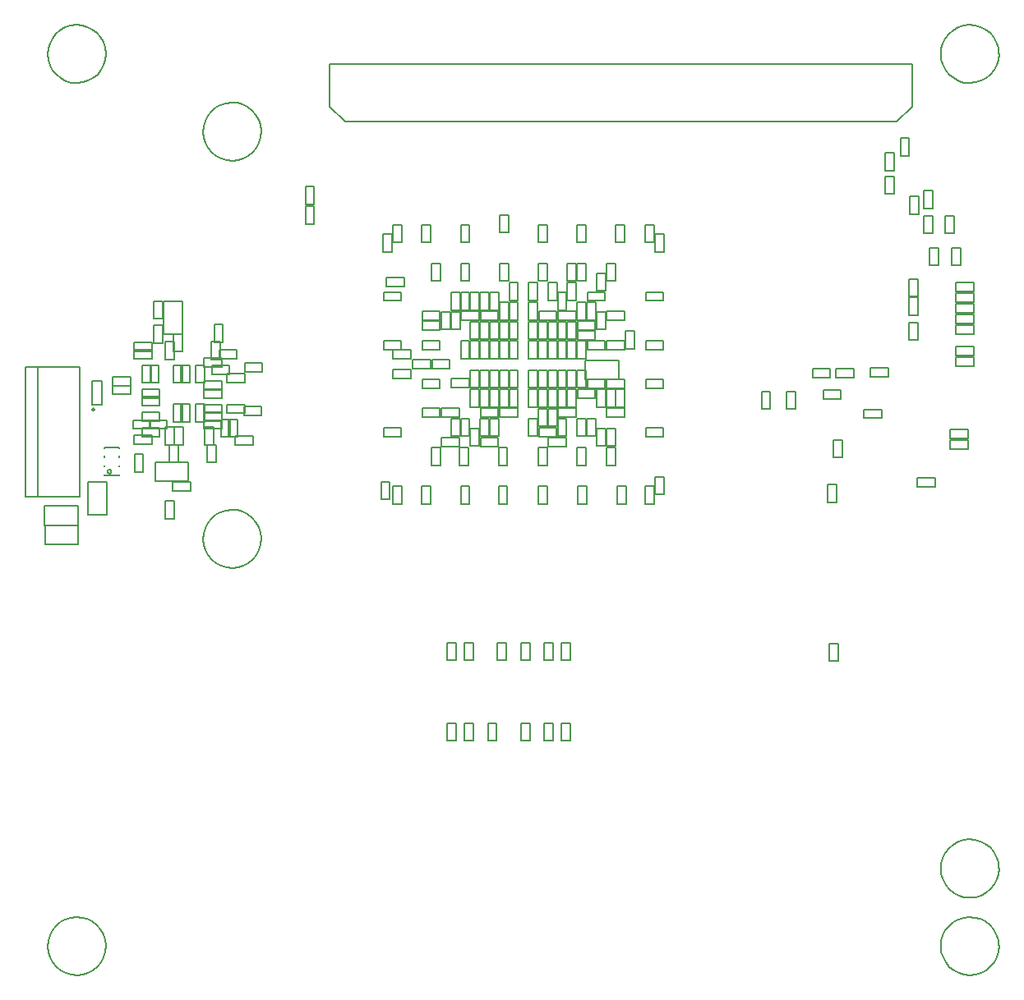
<source format=gbo>
G04 (created by PCBNEW-RS274X (2012-05-21 BZR 3261)-stable) date Thu 02 May 2013 12:01:43 PM PDT*
G01*
G70*
G90*
%MOIN*%
G04 Gerber Fmt 3.4, Leading zero omitted, Abs format*
%FSLAX34Y34*%
G04 APERTURE LIST*
%ADD10C,0.006000*%
%ADD11C,0.008000*%
G04 APERTURE END LIST*
G54D10*
G54D11*
X53382Y-30134D02*
X53382Y-30496D01*
X53382Y-30496D02*
X54098Y-30496D01*
X54098Y-30496D02*
X54098Y-30134D01*
X54098Y-30134D02*
X53382Y-30134D01*
X50606Y-29689D02*
X50968Y-29689D01*
X50968Y-29689D02*
X50968Y-28973D01*
X50968Y-28973D02*
X50606Y-28973D01*
X50606Y-28973D02*
X50606Y-29689D01*
X54512Y-27792D02*
X54150Y-27792D01*
X54150Y-27792D02*
X54150Y-28508D01*
X54150Y-28508D02*
X54512Y-28508D01*
X54512Y-28508D02*
X54512Y-27792D01*
X65712Y-33685D02*
X65712Y-33323D01*
X65712Y-33323D02*
X64996Y-33323D01*
X64996Y-33323D02*
X64996Y-33685D01*
X64996Y-33685D02*
X65712Y-33685D01*
X64118Y-34563D02*
X63756Y-34563D01*
X63756Y-34563D02*
X63756Y-35279D01*
X63756Y-35279D02*
X64118Y-35279D01*
X64118Y-35279D02*
X64118Y-34563D01*
X68016Y-26766D02*
X67654Y-26766D01*
X67654Y-26766D02*
X67654Y-27486D01*
X67654Y-27486D02*
X68016Y-27486D01*
X68016Y-27486D02*
X68016Y-26766D01*
X68921Y-26766D02*
X68559Y-26766D01*
X68559Y-26766D02*
X68559Y-27486D01*
X68559Y-27486D02*
X68921Y-27486D01*
X68921Y-27486D02*
X68921Y-26766D01*
X67189Y-28026D02*
X66827Y-28026D01*
X66827Y-28026D02*
X66827Y-28746D01*
X66827Y-28746D02*
X67189Y-28746D01*
X67189Y-28746D02*
X67189Y-28026D01*
X54494Y-28921D02*
X54494Y-28559D01*
X54494Y-28559D02*
X53774Y-28559D01*
X53774Y-28559D02*
X53774Y-28921D01*
X53774Y-28921D02*
X54494Y-28921D01*
X55331Y-30872D02*
X55693Y-30872D01*
X55693Y-30872D02*
X55693Y-30152D01*
X55693Y-30152D02*
X55331Y-30152D01*
X55331Y-30152D02*
X55331Y-30872D01*
X53774Y-30528D02*
X53774Y-30890D01*
X53774Y-30890D02*
X54494Y-30890D01*
X54494Y-30890D02*
X54494Y-30528D01*
X54494Y-30528D02*
X53774Y-30528D01*
X50606Y-28903D02*
X50968Y-28903D01*
X50968Y-28903D02*
X50968Y-28183D01*
X50968Y-28183D02*
X50606Y-28183D01*
X50606Y-28183D02*
X50606Y-28903D01*
X49031Y-29297D02*
X49393Y-29297D01*
X49393Y-29297D02*
X49393Y-28577D01*
X49393Y-28577D02*
X49031Y-28577D01*
X49031Y-28577D02*
X49031Y-29297D01*
X64061Y-32897D02*
X64061Y-32535D01*
X64061Y-32535D02*
X63341Y-32535D01*
X63341Y-32535D02*
X63341Y-32897D01*
X63341Y-32897D02*
X64061Y-32897D01*
X64572Y-32031D02*
X64572Y-31669D01*
X64572Y-31669D02*
X63852Y-31669D01*
X63852Y-31669D02*
X63852Y-32031D01*
X63852Y-32031D02*
X64572Y-32031D01*
X62908Y-31669D02*
X62908Y-32031D01*
X62908Y-32031D02*
X63628Y-32031D01*
X63628Y-32031D02*
X63628Y-31669D01*
X63628Y-31669D02*
X62908Y-31669D01*
X66827Y-30517D02*
X67189Y-30517D01*
X67189Y-30517D02*
X67189Y-29797D01*
X67189Y-29797D02*
X66827Y-29797D01*
X66827Y-29797D02*
X66827Y-30517D01*
X67189Y-28774D02*
X66827Y-28774D01*
X66827Y-28774D02*
X66827Y-29494D01*
X66827Y-29494D02*
X67189Y-29494D01*
X67189Y-29494D02*
X67189Y-28774D01*
X51394Y-28903D02*
X51756Y-28903D01*
X51756Y-28903D02*
X51756Y-28183D01*
X51756Y-28183D02*
X51394Y-28183D01*
X51394Y-28183D02*
X51394Y-28903D01*
X36197Y-29649D02*
X36559Y-29649D01*
X36559Y-29649D02*
X36559Y-28933D01*
X36559Y-28933D02*
X36197Y-28933D01*
X36197Y-28933D02*
X36197Y-29649D01*
X37681Y-36638D02*
X37681Y-36276D01*
X37681Y-36276D02*
X36965Y-36276D01*
X36965Y-36276D02*
X36965Y-36638D01*
X36965Y-36638D02*
X37681Y-36638D01*
X40594Y-31795D02*
X40594Y-31433D01*
X40594Y-31433D02*
X39878Y-31433D01*
X39878Y-31433D02*
X39878Y-31795D01*
X39878Y-31795D02*
X40594Y-31795D01*
X36039Y-32248D02*
X36401Y-32248D01*
X36401Y-32248D02*
X36401Y-31532D01*
X36401Y-31532D02*
X36039Y-31532D01*
X36039Y-31532D02*
X36039Y-32248D01*
X36669Y-31303D02*
X37031Y-31303D01*
X37031Y-31303D02*
X37031Y-30587D01*
X37031Y-30587D02*
X36669Y-30587D01*
X36669Y-30587D02*
X36669Y-31303D01*
X36827Y-35476D02*
X37189Y-35476D01*
X37189Y-35476D02*
X37189Y-34760D01*
X37189Y-34760D02*
X36827Y-34760D01*
X36827Y-34760D02*
X36827Y-35476D01*
X37299Y-32248D02*
X37661Y-32248D01*
X37661Y-32248D02*
X37661Y-31532D01*
X37661Y-31532D02*
X37299Y-31532D01*
X37299Y-31532D02*
X37299Y-32248D01*
X38540Y-31551D02*
X38540Y-31913D01*
X38540Y-31913D02*
X39256Y-31913D01*
X39256Y-31913D02*
X39256Y-31551D01*
X39256Y-31551D02*
X38540Y-31551D01*
X38252Y-33106D02*
X37890Y-33106D01*
X37890Y-33106D02*
X37890Y-33822D01*
X37890Y-33822D02*
X38252Y-33822D01*
X38252Y-33822D02*
X38252Y-33106D01*
X38225Y-33756D02*
X38225Y-34118D01*
X38225Y-34118D02*
X38941Y-34118D01*
X38941Y-34118D02*
X38941Y-33756D01*
X38941Y-33756D02*
X38225Y-33756D01*
X40220Y-34767D02*
X40220Y-34405D01*
X40220Y-34405D02*
X39504Y-34405D01*
X39504Y-34405D02*
X39504Y-34767D01*
X39504Y-34767D02*
X40220Y-34767D01*
X38225Y-33441D02*
X38225Y-33803D01*
X38225Y-33803D02*
X38941Y-33803D01*
X38941Y-33803D02*
X38941Y-33441D01*
X38941Y-33441D02*
X38225Y-33441D01*
X38225Y-32496D02*
X38225Y-32858D01*
X38225Y-32858D02*
X38941Y-32858D01*
X38941Y-32858D02*
X38941Y-32496D01*
X38941Y-32496D02*
X38225Y-32496D01*
X38941Y-31598D02*
X38941Y-31236D01*
X38941Y-31236D02*
X38225Y-31236D01*
X38225Y-31236D02*
X38225Y-31598D01*
X38225Y-31598D02*
X38941Y-31598D01*
X38225Y-32181D02*
X38225Y-32543D01*
X38225Y-32543D02*
X38941Y-32543D01*
X38941Y-32543D02*
X38941Y-32181D01*
X38941Y-32181D02*
X38225Y-32181D01*
X39590Y-33736D02*
X39228Y-33736D01*
X39228Y-33736D02*
X39228Y-34452D01*
X39228Y-34452D02*
X39590Y-34452D01*
X39590Y-34452D02*
X39590Y-33736D01*
X37346Y-33106D02*
X36984Y-33106D01*
X36984Y-33106D02*
X36984Y-33822D01*
X36984Y-33822D02*
X37346Y-33822D01*
X37346Y-33822D02*
X37346Y-33106D01*
X37890Y-32248D02*
X38252Y-32248D01*
X38252Y-32248D02*
X38252Y-31532D01*
X38252Y-31532D02*
X37890Y-31532D01*
X37890Y-31532D02*
X37890Y-32248D01*
X36984Y-32248D02*
X37346Y-32248D01*
X37346Y-32248D02*
X37346Y-31532D01*
X37346Y-31532D02*
X36984Y-31532D01*
X36984Y-31532D02*
X36984Y-32248D01*
X37661Y-33106D02*
X37299Y-33106D01*
X37299Y-33106D02*
X37299Y-33822D01*
X37299Y-33822D02*
X37661Y-33822D01*
X37661Y-33822D02*
X37661Y-33106D01*
X38854Y-30921D02*
X38854Y-31283D01*
X38854Y-31283D02*
X39570Y-31283D01*
X39570Y-31283D02*
X39570Y-30921D01*
X39570Y-30921D02*
X38854Y-30921D01*
X38225Y-33126D02*
X38225Y-33488D01*
X38225Y-33488D02*
X38941Y-33488D01*
X38941Y-33488D02*
X38941Y-33126D01*
X38941Y-33126D02*
X38225Y-33126D01*
X35351Y-33756D02*
X35351Y-34118D01*
X35351Y-34118D02*
X36067Y-34118D01*
X36067Y-34118D02*
X36067Y-33756D01*
X36067Y-33756D02*
X35351Y-33756D01*
X36421Y-33173D02*
X36421Y-32811D01*
X36421Y-32811D02*
X35705Y-32811D01*
X35705Y-32811D02*
X35705Y-33173D01*
X35705Y-33173D02*
X36421Y-33173D01*
X36421Y-32858D02*
X36421Y-32496D01*
X36421Y-32496D02*
X35705Y-32496D01*
X35705Y-32496D02*
X35705Y-32858D01*
X35705Y-32858D02*
X36421Y-32858D01*
X35724Y-32248D02*
X36086Y-32248D01*
X36086Y-32248D02*
X36086Y-31532D01*
X36086Y-31532D02*
X35724Y-31532D01*
X35724Y-31532D02*
X35724Y-32248D01*
X35705Y-34071D02*
X35705Y-34433D01*
X35705Y-34433D02*
X36421Y-34433D01*
X36421Y-34433D02*
X36421Y-34071D01*
X36421Y-34071D02*
X35705Y-34071D01*
X36020Y-33756D02*
X36020Y-34118D01*
X36020Y-34118D02*
X36736Y-34118D01*
X36736Y-34118D02*
X36736Y-33756D01*
X36736Y-33756D02*
X36020Y-33756D01*
X35390Y-34386D02*
X35390Y-34748D01*
X35390Y-34748D02*
X36106Y-34748D01*
X36106Y-34748D02*
X36106Y-34386D01*
X36106Y-34386D02*
X35390Y-34386D01*
X36106Y-30968D02*
X36106Y-30606D01*
X36106Y-30606D02*
X35390Y-30606D01*
X35390Y-30606D02*
X35390Y-30968D01*
X35390Y-30968D02*
X36106Y-30968D01*
X37024Y-34767D02*
X37386Y-34767D01*
X37386Y-34767D02*
X37386Y-34051D01*
X37386Y-34051D02*
X37024Y-34051D01*
X37024Y-34051D02*
X37024Y-34767D01*
X39275Y-33736D02*
X38913Y-33736D01*
X38913Y-33736D02*
X38913Y-34452D01*
X38913Y-34452D02*
X39275Y-34452D01*
X39275Y-34452D02*
X39275Y-33736D01*
X38606Y-34051D02*
X38244Y-34051D01*
X38244Y-34051D02*
X38244Y-34767D01*
X38244Y-34767D02*
X38606Y-34767D01*
X38606Y-34767D02*
X38606Y-34051D01*
X38362Y-35476D02*
X38724Y-35476D01*
X38724Y-35476D02*
X38724Y-34760D01*
X38724Y-34760D02*
X38362Y-34760D01*
X38362Y-34760D02*
X38362Y-35476D01*
X35705Y-33441D02*
X35705Y-33803D01*
X35705Y-33803D02*
X36421Y-33803D01*
X36421Y-33803D02*
X36421Y-33441D01*
X36421Y-33441D02*
X35705Y-33441D01*
X40555Y-33567D02*
X40555Y-33205D01*
X40555Y-33205D02*
X39839Y-33205D01*
X39839Y-33205D02*
X39839Y-33567D01*
X39839Y-33567D02*
X40555Y-33567D01*
X39000Y-29878D02*
X38638Y-29878D01*
X38638Y-29878D02*
X38638Y-30594D01*
X38638Y-30594D02*
X39000Y-30594D01*
X39000Y-30594D02*
X39000Y-29878D01*
X36669Y-34767D02*
X37031Y-34767D01*
X37031Y-34767D02*
X37031Y-34051D01*
X37031Y-34051D02*
X36669Y-34051D01*
X36669Y-34051D02*
X36669Y-34767D01*
X39169Y-31866D02*
X39169Y-32228D01*
X39169Y-32228D02*
X39885Y-32228D01*
X39885Y-32228D02*
X39885Y-31866D01*
X39885Y-31866D02*
X39169Y-31866D01*
X39169Y-33126D02*
X39169Y-33488D01*
X39169Y-33488D02*
X39885Y-33488D01*
X39885Y-33488D02*
X39885Y-33126D01*
X39885Y-33126D02*
X39169Y-33126D01*
X36984Y-30988D02*
X37346Y-30988D01*
X37346Y-30988D02*
X37346Y-30272D01*
X37346Y-30272D02*
X36984Y-30272D01*
X36984Y-30272D02*
X36984Y-30988D01*
X38520Y-31303D02*
X38882Y-31303D01*
X38882Y-31303D02*
X38882Y-30587D01*
X38882Y-30587D02*
X38520Y-30587D01*
X38520Y-30587D02*
X38520Y-31303D01*
X36559Y-29917D02*
X36197Y-29917D01*
X36197Y-29917D02*
X36197Y-30633D01*
X36197Y-30633D02*
X36559Y-30633D01*
X36559Y-30633D02*
X36559Y-29917D01*
X47063Y-26539D02*
X47425Y-26539D01*
X47425Y-26539D02*
X47425Y-25823D01*
X47425Y-25823D02*
X47063Y-25823D01*
X47063Y-25823D02*
X47063Y-26539D01*
X48638Y-26539D02*
X49000Y-26539D01*
X49000Y-26539D02*
X49000Y-25823D01*
X49000Y-25823D02*
X48638Y-25823D01*
X48638Y-25823D02*
X48638Y-26539D01*
X50575Y-25429D02*
X50213Y-25429D01*
X50213Y-25429D02*
X50213Y-26145D01*
X50213Y-26145D02*
X50575Y-26145D01*
X50575Y-26145D02*
X50575Y-25429D01*
X47457Y-28114D02*
X47819Y-28114D01*
X47819Y-28114D02*
X47819Y-27398D01*
X47819Y-27398D02*
X47457Y-27398D01*
X47457Y-27398D02*
X47457Y-28114D01*
X48638Y-28114D02*
X49000Y-28114D01*
X49000Y-28114D02*
X49000Y-27398D01*
X49000Y-27398D02*
X48638Y-27398D01*
X48638Y-27398D02*
X48638Y-28114D01*
X50213Y-28114D02*
X50575Y-28114D01*
X50575Y-28114D02*
X50575Y-27398D01*
X50575Y-27398D02*
X50213Y-27398D01*
X50213Y-27398D02*
X50213Y-28114D01*
X49425Y-29295D02*
X49787Y-29295D01*
X49787Y-29295D02*
X49787Y-28579D01*
X49787Y-28579D02*
X49425Y-28579D01*
X49425Y-28579D02*
X49425Y-29295D01*
X50213Y-29689D02*
X50575Y-29689D01*
X50575Y-29689D02*
X50575Y-28973D01*
X50575Y-28973D02*
X50213Y-28973D01*
X50213Y-28973D02*
X50213Y-29689D01*
X45882Y-26539D02*
X46244Y-26539D01*
X46244Y-26539D02*
X46244Y-25823D01*
X46244Y-25823D02*
X45882Y-25823D01*
X45882Y-25823D02*
X45882Y-26539D01*
X53362Y-26539D02*
X53724Y-26539D01*
X53724Y-26539D02*
X53724Y-25823D01*
X53724Y-25823D02*
X53362Y-25823D01*
X53362Y-25823D02*
X53362Y-26539D01*
X54937Y-26539D02*
X55299Y-26539D01*
X55299Y-26539D02*
X55299Y-25823D01*
X55299Y-25823D02*
X54937Y-25823D01*
X54937Y-25823D02*
X54937Y-26539D01*
X56118Y-26539D02*
X56480Y-26539D01*
X56480Y-26539D02*
X56480Y-25823D01*
X56480Y-25823D02*
X56118Y-25823D01*
X56118Y-25823D02*
X56118Y-26539D01*
X51787Y-28114D02*
X52149Y-28114D01*
X52149Y-28114D02*
X52149Y-27398D01*
X52149Y-27398D02*
X51787Y-27398D01*
X51787Y-27398D02*
X51787Y-28114D01*
X53362Y-28114D02*
X53724Y-28114D01*
X53724Y-28114D02*
X53724Y-27398D01*
X53724Y-27398D02*
X53362Y-27398D01*
X53362Y-27398D02*
X53362Y-28114D01*
X54543Y-28114D02*
X54905Y-28114D01*
X54905Y-28114D02*
X54905Y-27398D01*
X54905Y-27398D02*
X54543Y-27398D01*
X54543Y-27398D02*
X54543Y-28114D01*
X52575Y-29295D02*
X52937Y-29295D01*
X52937Y-29295D02*
X52937Y-28579D01*
X52937Y-28579D02*
X52575Y-28579D01*
X52575Y-28579D02*
X52575Y-29295D01*
X51394Y-29689D02*
X51756Y-29689D01*
X51756Y-29689D02*
X51756Y-28973D01*
X51756Y-28973D02*
X51394Y-28973D01*
X51394Y-28973D02*
X51394Y-29689D01*
X51787Y-26539D02*
X52149Y-26539D01*
X52149Y-26539D02*
X52149Y-25823D01*
X52149Y-25823D02*
X51787Y-25823D01*
X51787Y-25823D02*
X51787Y-26539D01*
X52969Y-28903D02*
X53331Y-28903D01*
X53331Y-28903D02*
X53331Y-28183D01*
X53331Y-28183D02*
X52969Y-28183D01*
X52969Y-28183D02*
X52969Y-28903D01*
X53331Y-27396D02*
X52969Y-27396D01*
X52969Y-27396D02*
X52969Y-28116D01*
X52969Y-28116D02*
X53331Y-28116D01*
X53331Y-28116D02*
X53331Y-27396D01*
X51805Y-34071D02*
X51805Y-34433D01*
X51805Y-34433D02*
X52525Y-34433D01*
X52525Y-34433D02*
X52525Y-34071D01*
X52525Y-34071D02*
X51805Y-34071D01*
X52199Y-34465D02*
X52199Y-34827D01*
X52199Y-34827D02*
X52919Y-34827D01*
X52919Y-34827D02*
X52919Y-34465D01*
X52919Y-34465D02*
X52199Y-34465D01*
X54150Y-34809D02*
X54512Y-34809D01*
X54512Y-34809D02*
X54512Y-34089D01*
X54512Y-34089D02*
X54150Y-34089D01*
X54150Y-34089D02*
X54150Y-34809D01*
X54543Y-34809D02*
X54905Y-34809D01*
X54905Y-34809D02*
X54905Y-34089D01*
X54905Y-34089D02*
X54543Y-34089D01*
X54543Y-34089D02*
X54543Y-34809D01*
X49031Y-32445D02*
X49393Y-32445D01*
X49393Y-32445D02*
X49393Y-31729D01*
X49393Y-31729D02*
X49031Y-31729D01*
X49031Y-31729D02*
X49031Y-32445D01*
X53331Y-30547D02*
X52969Y-30547D01*
X52969Y-30547D02*
X52969Y-31263D01*
X52969Y-31263D02*
X53331Y-31263D01*
X53331Y-31263D02*
X53331Y-30547D01*
X52543Y-30547D02*
X52181Y-30547D01*
X52181Y-30547D02*
X52181Y-31263D01*
X52181Y-31263D02*
X52543Y-31263D01*
X52543Y-31263D02*
X52543Y-30547D01*
X51756Y-30547D02*
X51394Y-30547D01*
X51394Y-30547D02*
X51394Y-31263D01*
X51394Y-31263D02*
X51756Y-31263D01*
X51756Y-31263D02*
X51756Y-30547D01*
X50575Y-30547D02*
X50213Y-30547D01*
X50213Y-30547D02*
X50213Y-31263D01*
X50213Y-31263D02*
X50575Y-31263D01*
X50575Y-31263D02*
X50575Y-30547D01*
X49787Y-30547D02*
X49425Y-30547D01*
X49425Y-30547D02*
X49425Y-31263D01*
X49425Y-31263D02*
X49787Y-31263D01*
X49787Y-31263D02*
X49787Y-30547D01*
X49000Y-30547D02*
X48638Y-30547D01*
X48638Y-30547D02*
X48638Y-31263D01*
X48638Y-31263D02*
X49000Y-31263D01*
X49000Y-31263D02*
X49000Y-30547D01*
X52575Y-31263D02*
X52937Y-31263D01*
X52937Y-31263D02*
X52937Y-30547D01*
X52937Y-30547D02*
X52575Y-30547D01*
X52575Y-30547D02*
X52575Y-31263D01*
X51787Y-31263D02*
X52149Y-31263D01*
X52149Y-31263D02*
X52149Y-30547D01*
X52149Y-30547D02*
X51787Y-30547D01*
X51787Y-30547D02*
X51787Y-31263D01*
X50606Y-31263D02*
X50968Y-31263D01*
X50968Y-31263D02*
X50968Y-30547D01*
X50968Y-30547D02*
X50606Y-30547D01*
X50606Y-30547D02*
X50606Y-31263D01*
X49819Y-31263D02*
X50181Y-31263D01*
X50181Y-31263D02*
X50181Y-30547D01*
X50181Y-30547D02*
X49819Y-30547D01*
X49819Y-30547D02*
X49819Y-31263D01*
X49031Y-31263D02*
X49393Y-31263D01*
X49393Y-31263D02*
X49393Y-30547D01*
X49393Y-30547D02*
X49031Y-30547D01*
X49031Y-30547D02*
X49031Y-31263D01*
X53331Y-29760D02*
X52969Y-29760D01*
X52969Y-29760D02*
X52969Y-30476D01*
X52969Y-30476D02*
X53331Y-30476D01*
X53331Y-30476D02*
X53331Y-29760D01*
X52543Y-29760D02*
X52181Y-29760D01*
X52181Y-29760D02*
X52181Y-30476D01*
X52181Y-30476D02*
X52543Y-30476D01*
X52543Y-30476D02*
X52543Y-29760D01*
X51756Y-29760D02*
X51394Y-29760D01*
X51394Y-29760D02*
X51394Y-30476D01*
X51394Y-30476D02*
X51756Y-30476D01*
X51756Y-30476D02*
X51756Y-29760D01*
X50575Y-29760D02*
X50213Y-29760D01*
X50213Y-29760D02*
X50213Y-30476D01*
X50213Y-30476D02*
X50575Y-30476D01*
X50575Y-30476D02*
X50575Y-29760D01*
X49787Y-29760D02*
X49425Y-29760D01*
X49425Y-29760D02*
X49425Y-30476D01*
X49425Y-30476D02*
X49787Y-30476D01*
X49787Y-30476D02*
X49787Y-29760D01*
X53362Y-31263D02*
X53724Y-31263D01*
X53724Y-31263D02*
X53724Y-30547D01*
X53724Y-30547D02*
X53362Y-30547D01*
X53362Y-30547D02*
X53362Y-31263D01*
X52575Y-30476D02*
X52937Y-30476D01*
X52937Y-30476D02*
X52937Y-29760D01*
X52937Y-29760D02*
X52575Y-29760D01*
X52575Y-29760D02*
X52575Y-30476D01*
X50606Y-30476D02*
X50968Y-30476D01*
X50968Y-30476D02*
X50968Y-29760D01*
X50968Y-29760D02*
X50606Y-29760D01*
X50606Y-29760D02*
X50606Y-30476D01*
X49819Y-30476D02*
X50181Y-30476D01*
X50181Y-30476D02*
X50181Y-29760D01*
X50181Y-29760D02*
X49819Y-29760D01*
X49819Y-29760D02*
X49819Y-30476D01*
X49031Y-30476D02*
X49393Y-30476D01*
X49393Y-30476D02*
X49393Y-29760D01*
X49393Y-29760D02*
X49031Y-29760D01*
X49031Y-29760D02*
X49031Y-30476D01*
X52595Y-29346D02*
X52595Y-29708D01*
X52595Y-29708D02*
X53311Y-29708D01*
X53311Y-29708D02*
X53311Y-29346D01*
X53311Y-29346D02*
X52595Y-29346D01*
X51807Y-29346D02*
X51807Y-29708D01*
X51807Y-29708D02*
X52523Y-29708D01*
X52523Y-29708D02*
X52523Y-29346D01*
X52523Y-29346D02*
X51807Y-29346D01*
X51787Y-30476D02*
X52149Y-30476D01*
X52149Y-30476D02*
X52149Y-29760D01*
X52149Y-29760D02*
X51787Y-29760D01*
X51787Y-29760D02*
X51787Y-30476D01*
X50161Y-29708D02*
X50161Y-29346D01*
X50161Y-29346D02*
X49445Y-29346D01*
X49445Y-29346D02*
X49445Y-29708D01*
X49445Y-29708D02*
X50161Y-29708D01*
X49374Y-29708D02*
X49374Y-29346D01*
X49374Y-29346D02*
X48658Y-29346D01*
X48658Y-29346D02*
X48658Y-29708D01*
X48658Y-29708D02*
X49374Y-29708D01*
X54563Y-33284D02*
X54563Y-33646D01*
X54563Y-33646D02*
X55279Y-33646D01*
X55279Y-33646D02*
X55279Y-33284D01*
X55279Y-33284D02*
X54563Y-33284D01*
X53382Y-32496D02*
X53382Y-32858D01*
X53382Y-32858D02*
X54098Y-32858D01*
X54098Y-32858D02*
X54098Y-32496D01*
X54098Y-32496D02*
X53382Y-32496D01*
X56138Y-32102D02*
X56138Y-32464D01*
X56138Y-32464D02*
X56854Y-32464D01*
X56854Y-32464D02*
X56854Y-32102D01*
X56854Y-32102D02*
X56138Y-32102D01*
X54563Y-32102D02*
X54563Y-32464D01*
X54563Y-32464D02*
X55279Y-32464D01*
X55279Y-32464D02*
X55279Y-32102D01*
X55279Y-32102D02*
X54563Y-32102D01*
X56874Y-36059D02*
X56512Y-36059D01*
X56512Y-36059D02*
X56512Y-36775D01*
X56512Y-36775D02*
X56874Y-36775D01*
X56874Y-36775D02*
X56874Y-36059D01*
X56138Y-34071D02*
X56138Y-34433D01*
X56138Y-34433D02*
X56854Y-34433D01*
X56854Y-34433D02*
X56854Y-34071D01*
X56854Y-34071D02*
X56138Y-34071D01*
X52149Y-33303D02*
X51787Y-33303D01*
X51787Y-33303D02*
X51787Y-34019D01*
X51787Y-34019D02*
X52149Y-34019D01*
X52149Y-34019D02*
X52149Y-33303D01*
X56480Y-36453D02*
X56118Y-36453D01*
X56118Y-36453D02*
X56118Y-37169D01*
X56118Y-37169D02*
X56480Y-37169D01*
X56480Y-37169D02*
X56480Y-36453D01*
X55338Y-36453D02*
X54976Y-36453D01*
X54976Y-36453D02*
X54976Y-37169D01*
X54976Y-37169D02*
X55338Y-37169D01*
X55338Y-37169D02*
X55338Y-36453D01*
X53764Y-36453D02*
X53402Y-36453D01*
X53402Y-36453D02*
X53402Y-37169D01*
X53402Y-37169D02*
X53764Y-37169D01*
X53764Y-37169D02*
X53764Y-36453D01*
X52149Y-36453D02*
X51787Y-36453D01*
X51787Y-36453D02*
X51787Y-37169D01*
X51787Y-37169D02*
X52149Y-37169D01*
X52149Y-37169D02*
X52149Y-36453D01*
X54905Y-34878D02*
X54543Y-34878D01*
X54543Y-34878D02*
X54543Y-35594D01*
X54543Y-35594D02*
X54905Y-35594D01*
X54905Y-35594D02*
X54905Y-34878D01*
X53724Y-34878D02*
X53362Y-34878D01*
X53362Y-34878D02*
X53362Y-35594D01*
X53362Y-35594D02*
X53724Y-35594D01*
X53724Y-35594D02*
X53724Y-34878D01*
X52149Y-34878D02*
X51787Y-34878D01*
X51787Y-34878D02*
X51787Y-35594D01*
X51787Y-35594D02*
X52149Y-35594D01*
X52149Y-35594D02*
X52149Y-34878D01*
X52937Y-33697D02*
X52575Y-33697D01*
X52575Y-33697D02*
X52575Y-34413D01*
X52575Y-34413D02*
X52937Y-34413D01*
X52937Y-34413D02*
X52937Y-33697D01*
X49393Y-34091D02*
X49031Y-34091D01*
X49031Y-34091D02*
X49031Y-34807D01*
X49031Y-34807D02*
X49393Y-34807D01*
X49393Y-34807D02*
X49393Y-34091D01*
X50535Y-36453D02*
X50173Y-36453D01*
X50173Y-36453D02*
X50173Y-37169D01*
X50173Y-37169D02*
X50535Y-37169D01*
X50535Y-37169D02*
X50535Y-36453D01*
X49000Y-36453D02*
X48638Y-36453D01*
X48638Y-36453D02*
X48638Y-37169D01*
X48638Y-37169D02*
X49000Y-37169D01*
X49000Y-37169D02*
X49000Y-36453D01*
X47425Y-36453D02*
X47063Y-36453D01*
X47063Y-36453D02*
X47063Y-37169D01*
X47063Y-37169D02*
X47425Y-37169D01*
X47425Y-37169D02*
X47425Y-36453D01*
X46244Y-36453D02*
X45882Y-36453D01*
X45882Y-36453D02*
X45882Y-37169D01*
X45882Y-37169D02*
X46244Y-37169D01*
X46244Y-37169D02*
X46244Y-36453D01*
X50535Y-34878D02*
X50173Y-34878D01*
X50173Y-34878D02*
X50173Y-35594D01*
X50173Y-35594D02*
X50535Y-35594D01*
X50535Y-35594D02*
X50535Y-34878D01*
X48960Y-34878D02*
X48598Y-34878D01*
X48598Y-34878D02*
X48598Y-35594D01*
X48598Y-35594D02*
X48960Y-35594D01*
X48960Y-35594D02*
X48960Y-34878D01*
X47819Y-34878D02*
X47457Y-34878D01*
X47457Y-34878D02*
X47457Y-35594D01*
X47457Y-35594D02*
X47819Y-35594D01*
X47819Y-35594D02*
X47819Y-34878D01*
X49787Y-33697D02*
X49425Y-33697D01*
X49425Y-33697D02*
X49425Y-34413D01*
X49425Y-34413D02*
X49787Y-34413D01*
X49787Y-34413D02*
X49787Y-33697D01*
X66950Y-19297D02*
X43326Y-19297D01*
X43326Y-19297D02*
X43326Y-21033D01*
X43326Y-21033D02*
X43940Y-21647D01*
X43940Y-21647D02*
X66336Y-21647D01*
X66336Y-21647D02*
X66950Y-21033D01*
X66950Y-21033D02*
X66950Y-19297D01*
X68283Y-26187D02*
X68645Y-26187D01*
X68645Y-26187D02*
X68645Y-25467D01*
X68645Y-25467D02*
X68283Y-25467D01*
X68283Y-25467D02*
X68283Y-26187D01*
X67417Y-26187D02*
X67779Y-26187D01*
X67779Y-26187D02*
X67779Y-25467D01*
X67779Y-25467D02*
X67417Y-25467D01*
X67417Y-25467D02*
X67417Y-26187D01*
X67417Y-25161D02*
X67779Y-25161D01*
X67779Y-25161D02*
X67779Y-24445D01*
X67779Y-24445D02*
X67417Y-24445D01*
X67417Y-24445D02*
X67417Y-25161D01*
X66205Y-22910D02*
X65843Y-22910D01*
X65843Y-22910D02*
X65843Y-23626D01*
X65843Y-23626D02*
X66205Y-23626D01*
X66205Y-23626D02*
X66205Y-22910D01*
X65843Y-24571D02*
X66205Y-24571D01*
X66205Y-24571D02*
X66205Y-23855D01*
X66205Y-23855D02*
X65843Y-23855D01*
X65843Y-23855D02*
X65843Y-24571D01*
X66866Y-25397D02*
X67228Y-25397D01*
X67228Y-25397D02*
X67228Y-24681D01*
X67228Y-24681D02*
X66866Y-24681D01*
X66866Y-24681D02*
X66866Y-25397D01*
X66834Y-22319D02*
X66472Y-22319D01*
X66472Y-22319D02*
X66472Y-23035D01*
X66472Y-23035D02*
X66834Y-23035D01*
X66834Y-23035D02*
X66834Y-22319D01*
X49819Y-32445D02*
X50181Y-32445D01*
X50181Y-32445D02*
X50181Y-31729D01*
X50181Y-31729D02*
X49819Y-31729D01*
X49819Y-31729D02*
X49819Y-32445D01*
X50606Y-32445D02*
X50968Y-32445D01*
X50968Y-32445D02*
X50968Y-31729D01*
X50968Y-31729D02*
X50606Y-31729D01*
X50606Y-31729D02*
X50606Y-32445D01*
X51787Y-32445D02*
X52149Y-32445D01*
X52149Y-32445D02*
X52149Y-31729D01*
X52149Y-31729D02*
X51787Y-31729D01*
X51787Y-31729D02*
X51787Y-32445D01*
X52575Y-32445D02*
X52937Y-32445D01*
X52937Y-32445D02*
X52937Y-31729D01*
X52937Y-31729D02*
X52575Y-31729D01*
X52575Y-31729D02*
X52575Y-32445D01*
X53362Y-32445D02*
X53724Y-32445D01*
X53724Y-32445D02*
X53724Y-31729D01*
X53724Y-31729D02*
X53362Y-31729D01*
X53362Y-31729D02*
X53362Y-32445D01*
X49787Y-31729D02*
X49425Y-31729D01*
X49425Y-31729D02*
X49425Y-32445D01*
X49425Y-32445D02*
X49787Y-32445D01*
X49787Y-32445D02*
X49787Y-31729D01*
X50575Y-31729D02*
X50213Y-31729D01*
X50213Y-31729D02*
X50213Y-32445D01*
X50213Y-32445D02*
X50575Y-32445D01*
X50575Y-32445D02*
X50575Y-31729D01*
X51756Y-31729D02*
X51394Y-31729D01*
X51394Y-31729D02*
X51394Y-32445D01*
X51394Y-32445D02*
X51756Y-32445D01*
X51756Y-32445D02*
X51756Y-31729D01*
X56138Y-30528D02*
X56138Y-30890D01*
X56138Y-30890D02*
X56854Y-30890D01*
X56854Y-30890D02*
X56854Y-30528D01*
X56854Y-30528D02*
X56138Y-30528D01*
X54563Y-30528D02*
X54563Y-30890D01*
X54563Y-30890D02*
X55279Y-30890D01*
X55279Y-30890D02*
X55279Y-30528D01*
X55279Y-30528D02*
X54563Y-30528D01*
X53382Y-29740D02*
X53382Y-30102D01*
X53382Y-30102D02*
X54098Y-30102D01*
X54098Y-30102D02*
X54098Y-29740D01*
X54098Y-29740D02*
X53382Y-29740D01*
X56512Y-26933D02*
X56874Y-26933D01*
X56874Y-26933D02*
X56874Y-26217D01*
X56874Y-26217D02*
X56512Y-26217D01*
X56512Y-26217D02*
X56512Y-26933D01*
X56138Y-28559D02*
X56138Y-28921D01*
X56138Y-28921D02*
X56854Y-28921D01*
X56854Y-28921D02*
X56854Y-28559D01*
X56854Y-28559D02*
X56138Y-28559D01*
X54563Y-29346D02*
X54563Y-29708D01*
X54563Y-29708D02*
X55279Y-29708D01*
X55279Y-29708D02*
X55279Y-29346D01*
X55279Y-29346D02*
X54563Y-29346D01*
X31496Y-36869D02*
X31496Y-31613D01*
X33189Y-36869D02*
X33189Y-31613D01*
X33189Y-31613D02*
X30984Y-31613D01*
X30984Y-31613D02*
X30984Y-36869D01*
X30984Y-36869D02*
X33189Y-36869D01*
X33780Y-33325D02*
X33779Y-33332D01*
X33777Y-33339D01*
X33773Y-33346D01*
X33768Y-33352D01*
X33762Y-33357D01*
X33756Y-33360D01*
X33748Y-33363D01*
X33741Y-33363D01*
X33734Y-33363D01*
X33727Y-33361D01*
X33720Y-33357D01*
X33714Y-33352D01*
X33709Y-33347D01*
X33706Y-33340D01*
X33703Y-33333D01*
X33703Y-33325D01*
X33703Y-33318D01*
X33705Y-33311D01*
X33709Y-33304D01*
X33713Y-33298D01*
X33719Y-33293D01*
X33726Y-33290D01*
X33733Y-33287D01*
X33741Y-33287D01*
X33747Y-33287D01*
X33755Y-33289D01*
X33761Y-33293D01*
X33767Y-33297D01*
X33772Y-33303D01*
X33776Y-33310D01*
X33779Y-33317D01*
X33779Y-33324D01*
X33780Y-33325D01*
X34095Y-33148D02*
X34095Y-32164D01*
X34095Y-32164D02*
X33701Y-32164D01*
X33701Y-32164D02*
X33701Y-33148D01*
X33701Y-33148D02*
X34095Y-33148D01*
X34524Y-32004D02*
X34524Y-32366D01*
X34524Y-32366D02*
X35240Y-32366D01*
X35240Y-32366D02*
X35240Y-32004D01*
X35240Y-32004D02*
X34524Y-32004D01*
X34524Y-32358D02*
X34524Y-32720D01*
X34524Y-32720D02*
X35240Y-32720D01*
X35240Y-32720D02*
X35240Y-32358D01*
X35240Y-32358D02*
X34524Y-32358D01*
X51756Y-32516D02*
X51394Y-32516D01*
X51394Y-32516D02*
X51394Y-33232D01*
X51394Y-33232D02*
X51756Y-33232D01*
X51756Y-33232D02*
X51756Y-32516D01*
X53362Y-34413D02*
X53724Y-34413D01*
X53724Y-34413D02*
X53724Y-33697D01*
X53724Y-33697D02*
X53362Y-33697D01*
X53362Y-33697D02*
X53362Y-34413D01*
X49000Y-28579D02*
X48638Y-28579D01*
X48638Y-28579D02*
X48638Y-29295D01*
X48638Y-29295D02*
X49000Y-29295D01*
X49000Y-29295D02*
X49000Y-28579D01*
X53362Y-29689D02*
X53724Y-29689D01*
X53724Y-29689D02*
X53724Y-28973D01*
X53724Y-28973D02*
X53362Y-28973D01*
X53362Y-28973D02*
X53362Y-29689D01*
X48638Y-34413D02*
X49000Y-34413D01*
X49000Y-34413D02*
X49000Y-33697D01*
X49000Y-33697D02*
X48638Y-33697D01*
X48638Y-33697D02*
X48638Y-34413D01*
X53756Y-34413D02*
X54118Y-34413D01*
X54118Y-34413D02*
X54118Y-33697D01*
X54118Y-33697D02*
X53756Y-33697D01*
X53756Y-33697D02*
X53756Y-34413D01*
X48606Y-28579D02*
X48244Y-28579D01*
X48244Y-28579D02*
X48244Y-29295D01*
X48244Y-29295D02*
X48606Y-29295D01*
X48606Y-29295D02*
X48606Y-28579D01*
X53756Y-29689D02*
X54118Y-29689D01*
X54118Y-29689D02*
X54118Y-28973D01*
X54118Y-28973D02*
X53756Y-28973D01*
X53756Y-28973D02*
X53756Y-29689D01*
X48244Y-34413D02*
X48606Y-34413D01*
X48606Y-34413D02*
X48606Y-33697D01*
X48606Y-33697D02*
X48244Y-33697D01*
X48244Y-33697D02*
X48244Y-34413D01*
X53311Y-33646D02*
X53311Y-33284D01*
X53311Y-33284D02*
X52595Y-33284D01*
X52595Y-33284D02*
X52595Y-33646D01*
X52595Y-33646D02*
X53311Y-33646D01*
X50232Y-33284D02*
X50232Y-33646D01*
X50232Y-33646D02*
X50948Y-33646D01*
X50948Y-33646D02*
X50948Y-33284D01*
X50948Y-33284D02*
X50232Y-33284D01*
X49445Y-33284D02*
X49445Y-33646D01*
X49445Y-33646D02*
X50161Y-33646D01*
X50161Y-33646D02*
X50161Y-33284D01*
X50161Y-33284D02*
X49445Y-33284D01*
X50575Y-32516D02*
X50213Y-32516D01*
X50213Y-32516D02*
X50213Y-33232D01*
X50213Y-33232D02*
X50575Y-33232D01*
X50575Y-33232D02*
X50575Y-32516D01*
X53331Y-32516D02*
X52969Y-32516D01*
X52969Y-32516D02*
X52969Y-33232D01*
X52969Y-33232D02*
X53331Y-33232D01*
X53331Y-33232D02*
X53331Y-32516D01*
X52543Y-32516D02*
X52181Y-32516D01*
X52181Y-32516D02*
X52181Y-33232D01*
X52181Y-33232D02*
X52543Y-33232D01*
X52543Y-33232D02*
X52543Y-32516D01*
X49787Y-32516D02*
X49425Y-32516D01*
X49425Y-32516D02*
X49425Y-33232D01*
X49425Y-33232D02*
X49787Y-33232D01*
X49787Y-33232D02*
X49787Y-32516D01*
X52575Y-33232D02*
X52937Y-33232D01*
X52937Y-33232D02*
X52937Y-32516D01*
X52937Y-32516D02*
X52575Y-32516D01*
X52575Y-32516D02*
X52575Y-33232D01*
X51787Y-33232D02*
X52149Y-33232D01*
X52149Y-33232D02*
X52149Y-32516D01*
X52149Y-32516D02*
X51787Y-32516D01*
X51787Y-32516D02*
X51787Y-33232D01*
X50606Y-33232D02*
X50968Y-33232D01*
X50968Y-33232D02*
X50968Y-32516D01*
X50968Y-32516D02*
X50606Y-32516D01*
X50606Y-32516D02*
X50606Y-33232D01*
X49819Y-33232D02*
X50181Y-33232D01*
X50181Y-33232D02*
X50181Y-32516D01*
X50181Y-32516D02*
X49819Y-32516D01*
X49819Y-32516D02*
X49819Y-33232D01*
X49031Y-33232D02*
X49393Y-33232D01*
X49393Y-33232D02*
X49393Y-32516D01*
X49393Y-32516D02*
X49031Y-32516D01*
X49031Y-32516D02*
X49031Y-33232D01*
X53331Y-31729D02*
X52969Y-31729D01*
X52969Y-31729D02*
X52969Y-32445D01*
X52969Y-32445D02*
X53331Y-32445D01*
X53331Y-32445D02*
X53331Y-31729D01*
X52543Y-31729D02*
X52181Y-31729D01*
X52181Y-31729D02*
X52181Y-32445D01*
X52181Y-32445D02*
X52543Y-32445D01*
X52543Y-32445D02*
X52543Y-31729D01*
X51394Y-34413D02*
X51756Y-34413D01*
X51756Y-34413D02*
X51756Y-33697D01*
X51756Y-33697D02*
X51394Y-33697D01*
X51394Y-33697D02*
X51394Y-34413D01*
X54543Y-33232D02*
X54905Y-33232D01*
X54905Y-33232D02*
X54905Y-32516D01*
X54905Y-32516D02*
X54543Y-32516D01*
X54543Y-32516D02*
X54543Y-33232D01*
X55299Y-32516D02*
X54937Y-32516D01*
X54937Y-32516D02*
X54937Y-33232D01*
X54937Y-33232D02*
X55299Y-33232D01*
X55299Y-33232D02*
X55299Y-32516D01*
X52543Y-33303D02*
X52181Y-33303D01*
X52181Y-33303D02*
X52181Y-34019D01*
X52181Y-34019D02*
X52543Y-34019D01*
X52543Y-34019D02*
X52543Y-33303D01*
X50181Y-33697D02*
X49819Y-33697D01*
X49819Y-33697D02*
X49819Y-34413D01*
X49819Y-34413D02*
X50181Y-34413D01*
X50181Y-34413D02*
X50181Y-33697D01*
X50161Y-34827D02*
X50161Y-34465D01*
X50161Y-34465D02*
X49445Y-34465D01*
X49445Y-34465D02*
X49445Y-34827D01*
X49445Y-34827D02*
X50161Y-34827D01*
X45409Y-36972D02*
X45771Y-36972D01*
X45771Y-36972D02*
X45771Y-36256D01*
X45771Y-36256D02*
X45409Y-36256D01*
X45409Y-36256D02*
X45409Y-36972D01*
X46618Y-32071D02*
X46618Y-31709D01*
X46618Y-31709D02*
X45902Y-31709D01*
X45902Y-31709D02*
X45902Y-32071D01*
X45902Y-32071D02*
X46618Y-32071D01*
X47799Y-32464D02*
X47799Y-32102D01*
X47799Y-32102D02*
X47083Y-32102D01*
X47083Y-32102D02*
X47083Y-32464D01*
X47083Y-32464D02*
X47799Y-32464D01*
X48586Y-33646D02*
X48586Y-33284D01*
X48586Y-33284D02*
X47870Y-33284D01*
X47870Y-33284D02*
X47870Y-33646D01*
X47870Y-33646D02*
X48586Y-33646D01*
X47799Y-33646D02*
X47799Y-33284D01*
X47799Y-33284D02*
X47083Y-33284D01*
X47083Y-33284D02*
X47083Y-33646D01*
X47083Y-33646D02*
X47799Y-33646D01*
X46224Y-34433D02*
X46224Y-34071D01*
X46224Y-34071D02*
X45508Y-34071D01*
X45508Y-34071D02*
X45508Y-34433D01*
X45508Y-34433D02*
X46224Y-34433D01*
X63520Y-37092D02*
X63882Y-37092D01*
X63882Y-37092D02*
X63882Y-36372D01*
X63882Y-36372D02*
X63520Y-36372D01*
X63520Y-36372D02*
X63520Y-37092D01*
X48982Y-32425D02*
X48982Y-32063D01*
X48982Y-32063D02*
X48262Y-32063D01*
X48262Y-32063D02*
X48262Y-32425D01*
X48262Y-32425D02*
X48982Y-32425D01*
X47475Y-31315D02*
X47475Y-31677D01*
X47475Y-31677D02*
X48195Y-31677D01*
X48195Y-31677D02*
X48195Y-31315D01*
X48195Y-31315D02*
X47475Y-31315D01*
X45900Y-30921D02*
X45900Y-31283D01*
X45900Y-31283D02*
X46620Y-31283D01*
X46620Y-31283D02*
X46620Y-30921D01*
X46620Y-30921D02*
X45900Y-30921D01*
X47850Y-30084D02*
X48212Y-30084D01*
X48212Y-30084D02*
X48212Y-29364D01*
X48212Y-29364D02*
X47850Y-29364D01*
X47850Y-29364D02*
X47850Y-30084D01*
X47801Y-30102D02*
X47801Y-29740D01*
X47801Y-29740D02*
X47081Y-29740D01*
X47081Y-29740D02*
X47081Y-30102D01*
X47081Y-30102D02*
X47801Y-30102D01*
X46687Y-31315D02*
X46687Y-31677D01*
X46687Y-31677D02*
X47407Y-31677D01*
X47407Y-31677D02*
X47407Y-31315D01*
X47407Y-31315D02*
X46687Y-31315D01*
X46344Y-28331D02*
X46344Y-27969D01*
X46344Y-27969D02*
X45624Y-27969D01*
X45624Y-27969D02*
X45624Y-28331D01*
X45624Y-28331D02*
X46344Y-28331D01*
X47868Y-34465D02*
X47868Y-34827D01*
X47868Y-34827D02*
X48588Y-34827D01*
X48588Y-34827D02*
X48588Y-34465D01*
X48588Y-34465D02*
X47868Y-34465D01*
X45488Y-26933D02*
X45850Y-26933D01*
X45850Y-26933D02*
X45850Y-26217D01*
X45850Y-26217D02*
X45488Y-26217D01*
X45488Y-26217D02*
X45488Y-26933D01*
X46224Y-28921D02*
X46224Y-28559D01*
X46224Y-28559D02*
X45508Y-28559D01*
X45508Y-28559D02*
X45508Y-28921D01*
X45508Y-28921D02*
X46224Y-28921D01*
X47799Y-29708D02*
X47799Y-29346D01*
X47799Y-29346D02*
X47083Y-29346D01*
X47083Y-29346D02*
X47083Y-29708D01*
X47083Y-29708D02*
X47799Y-29708D01*
X48244Y-30082D02*
X48606Y-30082D01*
X48606Y-30082D02*
X48606Y-29366D01*
X48606Y-29366D02*
X48244Y-29366D01*
X48244Y-29366D02*
X48244Y-30082D01*
X46224Y-30890D02*
X46224Y-30528D01*
X46224Y-30528D02*
X45508Y-30528D01*
X45508Y-30528D02*
X45508Y-30890D01*
X45508Y-30890D02*
X46224Y-30890D01*
X47799Y-30890D02*
X47799Y-30528D01*
X47799Y-30528D02*
X47083Y-30528D01*
X47083Y-30528D02*
X47083Y-30890D01*
X47083Y-30890D02*
X47799Y-30890D01*
X52024Y-43508D02*
X52386Y-43508D01*
X52386Y-43508D02*
X52386Y-42792D01*
X52386Y-42792D02*
X52024Y-42792D01*
X52024Y-42792D02*
X52024Y-43508D01*
X48087Y-46775D02*
X48449Y-46775D01*
X48449Y-46775D02*
X48449Y-46059D01*
X48449Y-46059D02*
X48087Y-46059D01*
X48087Y-46059D02*
X48087Y-46775D01*
X48087Y-43508D02*
X48449Y-43508D01*
X48449Y-43508D02*
X48449Y-42792D01*
X48449Y-42792D02*
X48087Y-42792D01*
X48087Y-42792D02*
X48087Y-43508D01*
X48795Y-46775D02*
X49157Y-46775D01*
X49157Y-46775D02*
X49157Y-46059D01*
X49157Y-46059D02*
X48795Y-46059D01*
X48795Y-46059D02*
X48795Y-46775D01*
X48795Y-43508D02*
X49157Y-43508D01*
X49157Y-43508D02*
X49157Y-42792D01*
X49157Y-42792D02*
X48795Y-42792D01*
X48795Y-42792D02*
X48795Y-43508D01*
X49740Y-46775D02*
X50102Y-46775D01*
X50102Y-46775D02*
X50102Y-46059D01*
X50102Y-46059D02*
X49740Y-46059D01*
X49740Y-46059D02*
X49740Y-46775D01*
X50134Y-43508D02*
X50496Y-43508D01*
X50496Y-43508D02*
X50496Y-42792D01*
X50496Y-42792D02*
X50134Y-42792D01*
X50134Y-42792D02*
X50134Y-43508D01*
X51079Y-46775D02*
X51441Y-46775D01*
X51441Y-46775D02*
X51441Y-46059D01*
X51441Y-46059D02*
X51079Y-46059D01*
X51079Y-46059D02*
X51079Y-46775D01*
X51079Y-43508D02*
X51441Y-43508D01*
X51441Y-43508D02*
X51441Y-42792D01*
X51441Y-42792D02*
X51079Y-42792D01*
X51079Y-42792D02*
X51079Y-43508D01*
X52024Y-46775D02*
X52386Y-46775D01*
X52386Y-46775D02*
X52386Y-46059D01*
X52386Y-46059D02*
X52024Y-46059D01*
X52024Y-46059D02*
X52024Y-46775D01*
X52732Y-46775D02*
X53094Y-46775D01*
X53094Y-46775D02*
X53094Y-46059D01*
X53094Y-46059D02*
X52732Y-46059D01*
X52732Y-46059D02*
X52732Y-46775D01*
X52732Y-43508D02*
X53094Y-43508D01*
X53094Y-43508D02*
X53094Y-42792D01*
X53094Y-42792D02*
X52732Y-42792D01*
X52732Y-42792D02*
X52732Y-43508D01*
X54150Y-33234D02*
X54512Y-33234D01*
X54512Y-33234D02*
X54512Y-32514D01*
X54512Y-32514D02*
X54150Y-32514D01*
X54150Y-32514D02*
X54150Y-33234D01*
X54494Y-32464D02*
X54494Y-32102D01*
X54494Y-32102D02*
X53774Y-32102D01*
X53774Y-32102D02*
X53774Y-32464D01*
X53774Y-32464D02*
X54494Y-32464D01*
X63598Y-43547D02*
X63960Y-43547D01*
X63960Y-43547D02*
X63960Y-42831D01*
X63960Y-42831D02*
X63598Y-42831D01*
X63598Y-42831D02*
X63598Y-43547D01*
X52543Y-28185D02*
X52181Y-28185D01*
X52181Y-28185D02*
X52181Y-28901D01*
X52181Y-28901D02*
X52543Y-28901D01*
X52543Y-28901D02*
X52543Y-28185D01*
X50181Y-28579D02*
X49819Y-28579D01*
X49819Y-28579D02*
X49819Y-29295D01*
X49819Y-29295D02*
X50181Y-29295D01*
X50181Y-29295D02*
X50181Y-28579D01*
X54512Y-29366D02*
X54150Y-29366D01*
X54150Y-29366D02*
X54150Y-30082D01*
X54150Y-30082D02*
X54512Y-30082D01*
X54512Y-30082D02*
X54512Y-29366D01*
X69218Y-34512D02*
X69218Y-34150D01*
X69218Y-34150D02*
X68498Y-34150D01*
X68498Y-34150D02*
X68498Y-34512D01*
X68498Y-34512D02*
X69218Y-34512D01*
X67160Y-36118D02*
X67160Y-36480D01*
X67160Y-36480D02*
X67880Y-36480D01*
X67880Y-36480D02*
X67880Y-36118D01*
X67880Y-36118D02*
X67160Y-36118D01*
X69218Y-34945D02*
X69218Y-34583D01*
X69218Y-34583D02*
X68498Y-34583D01*
X68498Y-34583D02*
X68498Y-34945D01*
X68498Y-34945D02*
X69218Y-34945D01*
X68734Y-29898D02*
X68734Y-30260D01*
X68734Y-30260D02*
X69454Y-30260D01*
X69454Y-30260D02*
X69454Y-29898D01*
X69454Y-29898D02*
X68734Y-29898D01*
X69454Y-28527D02*
X69454Y-28165D01*
X69454Y-28165D02*
X68734Y-28165D01*
X68734Y-28165D02*
X68734Y-28527D01*
X68734Y-28527D02*
X69454Y-28527D01*
X69454Y-31559D02*
X69454Y-31197D01*
X69454Y-31197D02*
X68734Y-31197D01*
X68734Y-31197D02*
X68734Y-31559D01*
X68734Y-31559D02*
X69454Y-31559D01*
X69454Y-28960D02*
X69454Y-28598D01*
X69454Y-28598D02*
X68734Y-28598D01*
X68734Y-28598D02*
X68734Y-28960D01*
X68734Y-28960D02*
X69454Y-28960D01*
X69454Y-29394D02*
X69454Y-29032D01*
X69454Y-29032D02*
X68734Y-29032D01*
X68734Y-29032D02*
X68734Y-29394D01*
X68734Y-29394D02*
X69454Y-29394D01*
X69454Y-31126D02*
X69454Y-30764D01*
X69454Y-30764D02*
X68734Y-30764D01*
X68734Y-30764D02*
X68734Y-31126D01*
X68734Y-31126D02*
X69454Y-31126D01*
X65990Y-31992D02*
X65990Y-31630D01*
X65990Y-31630D02*
X65270Y-31630D01*
X65270Y-31630D02*
X65270Y-31992D01*
X65270Y-31992D02*
X65990Y-31992D01*
X42339Y-25793D02*
X42701Y-25793D01*
X42701Y-25793D02*
X42701Y-25073D01*
X42701Y-25073D02*
X42339Y-25073D01*
X42339Y-25073D02*
X42339Y-25793D01*
X42701Y-24286D02*
X42339Y-24286D01*
X42339Y-24286D02*
X42339Y-25006D01*
X42339Y-25006D02*
X42701Y-25006D01*
X42701Y-25006D02*
X42701Y-24286D01*
X68736Y-29465D02*
X68736Y-29827D01*
X68736Y-29827D02*
X69452Y-29827D01*
X69452Y-29827D02*
X69452Y-29465D01*
X69452Y-29465D02*
X68736Y-29465D01*
X34471Y-35846D02*
X34469Y-35861D01*
X34464Y-35876D01*
X34457Y-35890D01*
X34447Y-35903D01*
X34435Y-35913D01*
X34421Y-35920D01*
X34406Y-35925D01*
X34390Y-35926D01*
X34375Y-35925D01*
X34360Y-35921D01*
X34346Y-35913D01*
X34334Y-35903D01*
X34324Y-35891D01*
X34316Y-35877D01*
X34311Y-35862D01*
X34310Y-35847D01*
X34311Y-35832D01*
X34315Y-35817D01*
X34322Y-35803D01*
X34332Y-35790D01*
X34344Y-35780D01*
X34358Y-35772D01*
X34373Y-35767D01*
X34389Y-35766D01*
X34404Y-35767D01*
X34419Y-35771D01*
X34433Y-35778D01*
X34445Y-35788D01*
X34456Y-35800D01*
X34463Y-35814D01*
X34468Y-35829D01*
X34470Y-35844D01*
X34471Y-35846D01*
X34783Y-35276D02*
X34783Y-35216D01*
X34783Y-35650D02*
X34783Y-35590D01*
X34193Y-35590D02*
X34193Y-35650D01*
X34193Y-35216D02*
X34193Y-35276D01*
X34783Y-34862D02*
X34783Y-34902D01*
X34783Y-34862D02*
X34193Y-34862D01*
X34193Y-34862D02*
X34193Y-34902D01*
X34783Y-36004D02*
X34783Y-35964D01*
X34783Y-36004D02*
X34193Y-36004D01*
X34193Y-36004D02*
X34193Y-35964D01*
X60842Y-33311D02*
X61204Y-33311D01*
X61204Y-33311D02*
X61204Y-32595D01*
X61204Y-32595D02*
X60842Y-32595D01*
X60842Y-32595D02*
X60842Y-33311D01*
X61866Y-33311D02*
X62228Y-33311D01*
X62228Y-33311D02*
X62228Y-32595D01*
X62228Y-32595D02*
X61866Y-32595D01*
X61866Y-32595D02*
X61866Y-33311D01*
X33514Y-36260D02*
X33514Y-37598D01*
X33514Y-37598D02*
X34282Y-37598D01*
X34282Y-37598D02*
X34282Y-36260D01*
X34282Y-36260D02*
X33514Y-36260D01*
X33110Y-38041D02*
X31772Y-38041D01*
X31772Y-38041D02*
X31772Y-38809D01*
X31772Y-38809D02*
X33110Y-38809D01*
X33110Y-38809D02*
X33110Y-38041D01*
X31762Y-38022D02*
X33120Y-38022D01*
X33120Y-38022D02*
X33120Y-37254D01*
X33120Y-37254D02*
X31762Y-37254D01*
X31762Y-37254D02*
X31762Y-38022D01*
X36584Y-28937D02*
X36584Y-30275D01*
X36584Y-30275D02*
X37352Y-30275D01*
X37352Y-30275D02*
X37352Y-28937D01*
X37352Y-28937D02*
X36584Y-28937D01*
X37598Y-35482D02*
X36260Y-35482D01*
X36260Y-35482D02*
X36260Y-36250D01*
X36260Y-36250D02*
X37598Y-36250D01*
X37598Y-36250D02*
X37598Y-35482D01*
X53701Y-32116D02*
X55039Y-32116D01*
X55039Y-32116D02*
X55039Y-31348D01*
X55039Y-31348D02*
X53701Y-31348D01*
X53701Y-31348D02*
X53701Y-32116D01*
X36106Y-31283D02*
X36106Y-30921D01*
X36106Y-30921D02*
X35390Y-30921D01*
X35390Y-30921D02*
X35390Y-31283D01*
X35390Y-31283D02*
X36106Y-31283D01*
X35771Y-35152D02*
X35409Y-35152D01*
X35409Y-35152D02*
X35409Y-35872D01*
X35409Y-35872D02*
X35771Y-35872D01*
X35771Y-35872D02*
X35771Y-35152D01*
X36669Y-37762D02*
X37031Y-37762D01*
X37031Y-37762D02*
X37031Y-37042D01*
X37031Y-37042D02*
X36669Y-37042D01*
X36669Y-37042D02*
X36669Y-37762D01*
X70472Y-55118D02*
X70449Y-55347D01*
X70382Y-55568D01*
X70274Y-55771D01*
X70129Y-55950D01*
X69951Y-56097D01*
X69748Y-56206D01*
X69528Y-56274D01*
X69299Y-56298D01*
X69070Y-56278D01*
X68849Y-56213D01*
X68645Y-56106D01*
X68465Y-55961D01*
X68317Y-55785D01*
X68206Y-55583D01*
X68136Y-55363D01*
X68111Y-55134D01*
X68130Y-54905D01*
X68193Y-54684D01*
X68299Y-54479D01*
X68442Y-54298D01*
X68617Y-54149D01*
X68819Y-54036D01*
X69038Y-53965D01*
X69267Y-53938D01*
X69496Y-53955D01*
X69718Y-54017D01*
X69923Y-54121D01*
X70105Y-54263D01*
X70256Y-54438D01*
X70369Y-54638D01*
X70442Y-54857D01*
X70471Y-55086D01*
X70472Y-55118D01*
X70472Y-51968D02*
X70449Y-52197D01*
X70382Y-52418D01*
X70274Y-52621D01*
X70129Y-52800D01*
X69951Y-52947D01*
X69748Y-53056D01*
X69528Y-53124D01*
X69299Y-53148D01*
X69070Y-53128D01*
X68849Y-53063D01*
X68645Y-52956D01*
X68465Y-52811D01*
X68317Y-52635D01*
X68206Y-52433D01*
X68136Y-52213D01*
X68111Y-51984D01*
X68130Y-51755D01*
X68193Y-51534D01*
X68299Y-51329D01*
X68442Y-51148D01*
X68617Y-50999D01*
X68819Y-50886D01*
X69038Y-50815D01*
X69267Y-50788D01*
X69496Y-50805D01*
X69718Y-50867D01*
X69923Y-50971D01*
X70105Y-51113D01*
X70256Y-51288D01*
X70369Y-51488D01*
X70442Y-51707D01*
X70471Y-51936D01*
X70472Y-51968D01*
X34252Y-55118D02*
X34229Y-55347D01*
X34162Y-55568D01*
X34054Y-55771D01*
X33909Y-55950D01*
X33731Y-56097D01*
X33528Y-56206D01*
X33308Y-56274D01*
X33079Y-56298D01*
X32850Y-56278D01*
X32629Y-56213D01*
X32425Y-56106D01*
X32245Y-55961D01*
X32097Y-55785D01*
X31986Y-55583D01*
X31916Y-55363D01*
X31891Y-55134D01*
X31910Y-54905D01*
X31973Y-54684D01*
X32079Y-54479D01*
X32222Y-54298D01*
X32397Y-54149D01*
X32599Y-54036D01*
X32818Y-53965D01*
X33047Y-53938D01*
X33276Y-53955D01*
X33498Y-54017D01*
X33703Y-54121D01*
X33885Y-54263D01*
X34036Y-54438D01*
X34149Y-54638D01*
X34222Y-54857D01*
X34251Y-55086D01*
X34252Y-55118D01*
X40551Y-38583D02*
X40528Y-38812D01*
X40461Y-39033D01*
X40353Y-39236D01*
X40208Y-39415D01*
X40030Y-39562D01*
X39827Y-39671D01*
X39607Y-39739D01*
X39378Y-39763D01*
X39149Y-39743D01*
X38928Y-39678D01*
X38724Y-39571D01*
X38544Y-39426D01*
X38396Y-39250D01*
X38285Y-39048D01*
X38215Y-38828D01*
X38190Y-38599D01*
X38209Y-38370D01*
X38272Y-38149D01*
X38378Y-37944D01*
X38521Y-37763D01*
X38696Y-37614D01*
X38898Y-37501D01*
X39117Y-37430D01*
X39346Y-37403D01*
X39575Y-37420D01*
X39797Y-37482D01*
X40002Y-37586D01*
X40184Y-37728D01*
X40335Y-37903D01*
X40448Y-38103D01*
X40521Y-38322D01*
X40550Y-38551D01*
X40551Y-38583D01*
X70472Y-18898D02*
X70449Y-19127D01*
X70382Y-19348D01*
X70274Y-19551D01*
X70129Y-19730D01*
X69951Y-19877D01*
X69748Y-19986D01*
X69528Y-20054D01*
X69299Y-20078D01*
X69070Y-20058D01*
X68849Y-19993D01*
X68645Y-19886D01*
X68465Y-19741D01*
X68317Y-19565D01*
X68206Y-19363D01*
X68136Y-19143D01*
X68111Y-18914D01*
X68130Y-18685D01*
X68193Y-18464D01*
X68299Y-18259D01*
X68442Y-18078D01*
X68617Y-17929D01*
X68819Y-17816D01*
X69038Y-17745D01*
X69267Y-17718D01*
X69496Y-17735D01*
X69718Y-17797D01*
X69923Y-17901D01*
X70105Y-18043D01*
X70256Y-18218D01*
X70369Y-18418D01*
X70442Y-18637D01*
X70471Y-18866D01*
X70472Y-18898D01*
X34252Y-18898D02*
X34229Y-19127D01*
X34162Y-19348D01*
X34054Y-19551D01*
X33909Y-19730D01*
X33731Y-19877D01*
X33528Y-19986D01*
X33308Y-20054D01*
X33079Y-20078D01*
X32850Y-20058D01*
X32629Y-19993D01*
X32425Y-19886D01*
X32245Y-19741D01*
X32097Y-19565D01*
X31986Y-19363D01*
X31916Y-19143D01*
X31891Y-18914D01*
X31910Y-18685D01*
X31973Y-18464D01*
X32079Y-18259D01*
X32222Y-18078D01*
X32397Y-17929D01*
X32599Y-17816D01*
X32818Y-17745D01*
X33047Y-17718D01*
X33276Y-17735D01*
X33498Y-17797D01*
X33703Y-17901D01*
X33885Y-18043D01*
X34036Y-18218D01*
X34149Y-18418D01*
X34222Y-18637D01*
X34251Y-18866D01*
X34252Y-18898D01*
X40551Y-22047D02*
X40528Y-22276D01*
X40461Y-22497D01*
X40353Y-22700D01*
X40208Y-22879D01*
X40030Y-23026D01*
X39827Y-23135D01*
X39607Y-23203D01*
X39378Y-23227D01*
X39149Y-23207D01*
X38928Y-23142D01*
X38724Y-23035D01*
X38544Y-22890D01*
X38396Y-22714D01*
X38285Y-22512D01*
X38215Y-22292D01*
X38190Y-22063D01*
X38209Y-21834D01*
X38272Y-21613D01*
X38378Y-21408D01*
X38521Y-21227D01*
X38696Y-21078D01*
X38898Y-20965D01*
X39117Y-20894D01*
X39346Y-20867D01*
X39575Y-20884D01*
X39797Y-20946D01*
X40002Y-21050D01*
X40184Y-21192D01*
X40335Y-21367D01*
X40448Y-21567D01*
X40521Y-21786D01*
X40550Y-22015D01*
X40551Y-22047D01*
M02*

</source>
